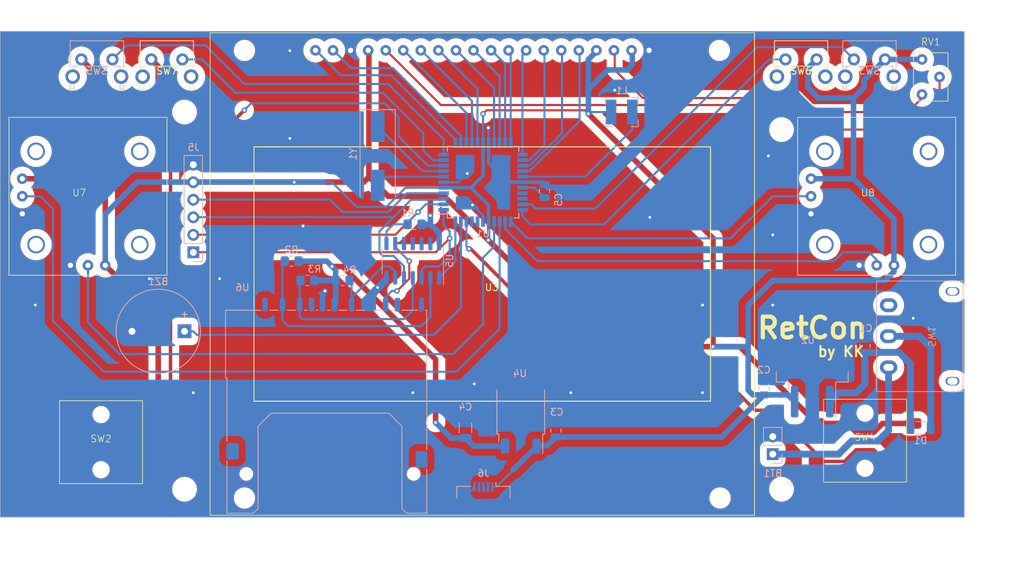
<source format=kicad_pcb>
(kicad_pcb (version 20221018) (generator pcbnew)
  (layers (0 "F.Cu" signal) (31 "B.Cu" signal) (34 "B.Paste" user) (35 "F.Paste" user) (36 "B.SilkS" user "B.Silks") (37 "F.SilkS" user "F.Silks") (38 "B.Mask" user) (39 "F.Mask" user) (44 "Edge.Cuts" user))
  (net 0 "")
  (net 1 "GND")
  (net 2 "Net-(BT1-+)")
  (net 3 "Net-(BZ1--)")
  (net 4 "Net-(D1-K)")
  (net 5 "Net-(D1-A)")
  (net 6 "+5V")
  (net 7 "+3V3")
  (net 8 "Net-(J5-Pin_4)")
  (net 12 "Net-(U6-CD{slash}DAT3)")
  (net 13 "Net-(U6-CMD)")
  (net 14 "Net-(U6-CLK)")
  (net 15 "Net-(U3-VEE)")
  (net 16 "Net-(U3-V0)")
  (net 17 "Net-(U1-PB2)")
  (net 18 "/SCK")
  (net 19 "Net-(U1-XTAL2)")
  (net 20 "Net-(U1-XTAL1)")
  (net 21 "/MISO")
  (net 22 "/MOSI")
  (net 23 "Net-(U1-PD3)")
  (net 24 "Net-(U1-PD4)")
  (net 25 "Net-(U1-PD5)")
  (net 26 "Net-(U1-PD6)")
  (net 27 "Net-(U1-PD7)")
  (net 28 "Net-(U1-PC0)")
  (net 29 "Net-(U1-PC1)")
  (net 30 "/CS")
  (net 31 "Net-(U1-PC2)")
  (net 32 "Net-(U1-PC3)")
  (net 33 "Net-(U1-PC4)")
  (net 34 "Net-(U1-PC5)")
  (net 35 "Net-(U1-PC6)")
  (net 36 "Net-(U1-PC7)")
  (net 37 "Net-(U1-AREF)")
  (net 40 "Net-(U1-PA3)")
  (net 41 "Net-(U1-PA2)")
  (net 42 "Net-(U1-PA1)")
  (net 43 "Net-(U1-PA0)")
  (net 44 "Net-(U6-DAT0)")
  (net 47 "Net-(U1-PD2)")
  (net 48 "Net-(U1-PD1)")
  (net 49 "Net-(U1-AVCC)")
  (net 50 "Net-(U1-PA4)")
  (net 51 "Net-(U1-PA5)")
  (net 54 "Net-(U1-PD0)")
  (footprint "joystick:joystickTHT" (layer "F.Cu") (at 220.7768 73.152)
    (fp_text reference "U8")
    (fp_text value "~")
  )
  (footprint "Blue:WG12864BL" (layer "F.Cu") (at 163.72 84.54)
    (fp_text reference "U3")
    (fp_text value "WG12864B-STBL")
  )
  (footprint "buttons:buttonSMD_withHoles" (layer "F.Cu") (at 108.57 108.76)
    (fp_text reference "SW2")
    (fp_text value "Home")
  )
  (footprint "Button_Switch_THT:SW_Tactile_SPST_Angled_PTS645Vx31-2LFS" (layer "F.Cu") (at 207.59 53.34)
    (fp_text reference "SW6")
    (fp_text value "BumperL")
  )
  (footprint "buttons:buttonSMD_withHoles" (layer "F.Cu") (at 219.09 108.545)
    (fp_text reference "SW4")
    (fp_text value "Select")
  )
  (footprint "Holes:One_hole" (layer "F.Cu") (at 207.01 63.5)
    (fp_text reference "J1" hide)
    (fp_text value "Hole1" hide)
  )
  (footprint "joystick:joystickTHT" (layer "F.Cu") (at 106.68 73.152)
    (fp_text reference "U7")
    (fp_text value "~")
  )
  (footprint "Blue:potentiometer10K" (layer "F.Cu") (at 228.6 55.88 -90)
    (fp_text reference "RV1")
    (fp_text value "R_POT")
  )
  (footprint "Holes:One_hole" (layer "F.Cu") (at 120.65 115.57)
    (fp_text reference "J3" hide)
    (fp_text value "Hole3" hide)
  )
  (footprint "Holes:One_hole" (layer "F.Cu") (at 207.01 115.57)
    (fp_text reference "J2" hide)
    (fp_text value "Hole2" hide)
  )
  (footprint "Holes:One_hole" (layer "F.Cu") (at 120.65 60.96)
    (fp_text reference "J4" hide)
    (fp_text value "Hole4" hide)
  )
  (footprint "Button_Switch_THT:SW_Tactile_SPST_Angled_PTS645Vx31-2LFS" (layer "F.Cu") (at 115.835 53.34)
    (fp_text reference "SW7")
    (fp_text value "BumperR")
  )
  (footprint "Package_SO:SO-14_3.9x8.65mm_P1.27mm" (layer "B.Cu") (at 153.67 82.485 90)
    (fp_text reference "U5")
    (fp_text value "SN74LS07")
  )
  (footprint "USB:USBMicro-SMD" (layer "B.Cu") (at 163.89 116.81 180)
    (fp_text reference "J6")
    (fp_text value "USB_B_Micro" hide)
  )
  (footprint "Capacitor_SMD:C_0805_2012Metric" (layer "B.Cu") (at 219.075 94.808 90)
    (fp_text reference "C1")
    (fp_text value "330N")
  )
  (footprint "Inductor_SMD:L_Bourns-SRN4018" (layer "B.Cu") (at 183.895 60.96)
    (fp_text reference "L1")
    (fp_text value "10uH")
  )
  (footprint "Crystal:Crystal_SMD_HC49-SD" (layer "B.Cu") (at 148.59 67.31 -90)
    (fp_text reference "Y1")
    (fp_text value "16Mhz")
  )
  (footprint "Resistor_SMD:R_0805_2012Metric_Pad1.20x1.40mm_HandSolder" (layer "B.Cu") (at 136.144 82.55 180)
    (fp_text reference "R2")
    (fp_text value "1K")
  )
  (footprint "Connector_PinSocket_2.54mm:PinSocket_1x02_P2.54mm_Vertical" (layer "B.Cu") (at 205.74 110.49)
    (fp_text reference "BT1")
    (fp_text value "9V battery")
  )
  (footprint "Package_QFP:TQFP-44_10x10mm_P0.8mm" (layer "B.Cu") (at 163.83 71.12)
    (fp_text reference "U1")
    (fp_text value "ATmega1284P")
  )
  (footprint "Button_Switch_THT:SW_Tactile_SPST_Angled_PTS645Vx31-2LFS" (layer "B.Cu") (at 110.225 53.34 180)
    (fp_text reference "SW5")
    (fp_text value "triggerL")
  )
  (footprint "Capacitor_SMD:C_1206_3216Metric" (layer "B.Cu") (at 161.29 106.68 90)
    (fp_text reference "C4")
    (fp_text value "2.2uF")
  )
  (footprint "Capacitor_SMD:C_0805_2012Metric" (layer "B.Cu") (at 172.72 72.39 90)
    (fp_text reference "C5")
    (fp_text value "100N")
  )
  (footprint "Resistor_SMD:R_0805_2012Metric_Pad1.20x1.40mm_HandSolder" (layer "B.Cu") (at 153.924 77.216 180)
    (fp_text reference "R1")
    (fp_text value "4K7")
  )
  (footprint "Capacitor_SMD:C_1206_3216Metric" (layer "B.Cu") (at 227.125 106.68)
    (fp_text reference "D1")
    (fp_text value "D")
  )
  (footprint "Buzzer_Beeper:Buzzer_12x9.5RM7.6" (layer "B.Cu") (at 120.65 92.71 180)
    (fp_text reference "BZ1")
    (fp_text value "Buzzer")
  )
  (footprint "Package_TO_SOT_SMD:TO-252-2" (layer "B.Cu") (at 169.29 104.281 90)
    (fp_text reference "U4")
    (fp_text value "LF33_TO252")
  )
  (footprint "Connector_Card:SD_Kyocera_145638009511859+" (layer "B.Cu") (at 141.69 101.352 180)
    (fp_text reference "U6")
    (fp_text value "SD")
  )
  (footprint "Package_TO_SOT_SMD:TO-263-2" (layer "B.Cu") (at 211.455 95.22 90)
    (fp_text reference "U2")
    (fp_text value "L7805")
  )
  (footprint "Resistor_SMD:R_0805_2012Metric_Pad1.20x1.40mm_HandSolder" (layer "B.Cu") (at 138.43 85.344 180)
    (fp_text reference "R3")
    (fp_text value "1K")
  )
  (footprint "Capacitor_SMD:C_0805_2012Metric" (layer "B.Cu") (at 174.371 107.061 90)
    (fp_text reference "C3")
    (fp_text value "100N")
  )
  (footprint "Resistor_SMD:R_0805_2012Metric_Pad1.20x1.40mm_HandSolder" (layer "B.Cu") (at 143.51 85.344)
    (fp_text reference "R4")
    (fp_text value "1K")
  )
  (footprint "Connector_PinSocket_2.54mm:PinSocket_1x06_P2.54mm_Vertical" (layer "B.Cu") (at 121.92 81.28)
    (fp_text reference "J5")
    (fp_text value "programming port")
  )
  (footprint "Capacitor_SMD:C_0805_2012Metric" (layer "B.Cu") (at 204.47 100.965 90)
    (fp_text reference "C2")
    (fp_text value "100N")
  )
  (footprint "Button_Switch_THT:SW_Tactile_SPST_Angled_PTS645Vx31-2LFS" (layer "B.Cu") (at 221.985 53.34 180)
    (fp_text reference "SW3")
    (fp_text value "triggerR")
  )
  (footprint "buttons:Button_Switch" (layer "B.Cu") (at 228.25 93.425 90)
    (fp_text reference "SW1")
    (fp_text value "SW_SPDT")
  )
  (gr_rect (start 93.98 49.276) (end 233.4768 119.634) (stroke (width 0.05)) (fill none) (layer "Edge.Cuts"))
  (gr_text "RetCon" (at 203.2 93.98) (layer "F.SilkS") (effects (font (size 3 3) (thickness 0.6) bold) (justify left bottom)))
  (gr_text "by KK" (at 212.09 96.52) (layer "F.SilkS") (effects (font (size 1.5 1.5) (thickness 0.3) bold) (justify left bottom)))
  (segment (start 113.04 92.71) (end 107.94 92.71) (width 0.8) (layer "F.Cu") (net 1))
  (segment (start 214.122 75.692) (end 218.2368 79.8068) (width 0.8) (layer "F.Cu") (net 1))
  (segment (start 162.56 100.33) (end 148.59 86.36) (width 0.8) (layer "F.Cu") (net 1))
  (segment (start 218.2368 79.8068) (end 218.2368 83.152) (width 0.8) (layer "F.Cu") (net 1))
  (segment (start 104.14 83.152) (end 104.14 88.91) (width 0.8) (layer "F.Cu") (net 1))
  (segment (start 101.092 75.692) (end 97.18 75.692) (width 0.8) (layer "F.Cu") (net 1))
  (segment (start 214.122 75.692) (end 211.2768 75.692) (width 0.8) (layer "F.Cu") (net 1))
  (segment (start 107.94 92.71) (end 104.14 88.91) (width 0.8) (layer "F.Cu") (net 1))
  (segment (start 104.14 78.74) (end 104.14 83.152) (width 0.8) (layer "F.Cu") (net 1))
  (segment (start 104.14 78.74) (end 101.092 75.692) (width 0.8) (layer "F.Cu") (net 1))
  (via (at 161.544 69.85) (size 0.8) (drill 0.4) (layers "F.Cu" "B.Cu") (net 1))
  (via (at 162.306 74.422) (size 0.8) (drill 0.4) (layers "F.Cu" "B.Cu") (net 1))
  (via (at 164.592 63.246) (size 0.8) (drill 0.4) (layers "F.Cu" "B.Cu") (net 1))
  (via (at 140.97 86.868) (size 0.8) (drill 0.4) (layers "F.Cu" "B.Cu") (net 1))
  (via (at 205.74 78.74) (size 0.8) (drill 0.4) (layers "F.Cu" "B.Cu") (net 1))
  (via (at 135.89 52.07) (size 0.8) (drill 0.4) (layers "F.Cu" "B.Cu") (net 1))
  (via (at 148.59 86.36) (size 0.8) (drill 0.4) (layers "F.Cu" "B.Cu") (net 1))
  (via (at 125.73 85.09) (size 0.8) (drill 0.4) (layers "F.Cu" "B.Cu") (net 1))
  (via (at 121.92 101.6) (size 0.8) (drill 0.4) (layers "F.Cu" "B.Cu") (net 1))
  (via (at 162.56 100.33) (size 0.8) (drill 0.4) (layers "F.Cu" "B.Cu") (net 1))
  (via (at 182.88 57.785) (size 0.8) (drill 0.4) (layers "F.Cu" "B.Cu") (net 1))
  (via (at 153.67 101.6) (size 0.8) (drill 0.4) (layers "F.Cu" "B.Cu") (net 1))
  (via (at 205.105 67.31) (size 0.8) (drill 0.4) (layers "F.Cu" "B.Cu") (net 1))
  (via (at 115.57 85.09) (size 0.8) (drill 0.4) (layers "F.Cu" "B.Cu") (net 1))
  (via (at 195.58 88.9) (size 0.8) (drill 0.4) (layers "F.Cu" "B.Cu") (net 1))
  (via (at 176.53 101.6) (size 0.8) (drill 0.4) (layers "F.Cu" "B.Cu") (net 1))
  (via (at 195.58 101.6) (size 0.8) (drill 0.4) (layers "F.Cu" "B.Cu") (net 1))
  (via (at 226.06 90.805) (size 0.8) (drill 0.4) (layers "F.Cu" "B.Cu") (net 1))
  (via (at 187.96 76.2) (size 0.8) (drill 0.4) (layers "F.Cu" "B.Cu") (net 1))
  (via (at 205.74 88.9) (size 0.8) (drill 0.4) (layers "F.Cu" "B.Cu") (net 1))
  (via (at 99.06 88.9) (size 0.8) (drill 0.4) (layers "F.Cu" "B.Cu") (net 1))
  (via (at 137.795 77.47) (size 0.8) (drill 0.4) (layers "F.Cu" "B.Cu") (net 1))
  (via (at 135.89 64.77) (size 0.8) (drill 0.4) (layers "F.Cu" "B.Cu") (net 1))
  (segment (start 210.185 107.95) (end 211.455 106.68) (width 1) (layer "B.Cu") (net 1))
  (segment (start 164.63 68.364) (end 164.63 65.42) (width 0.5) (layer "B.Cu") (net 1))
  (segment (start 187.96 64.77) (end 180.848 71.882) (width 0.8) (layer "B.Cu") (net 1))
  (segment (start 167.386 71.12) (end 164.63 68.364) (width 0.5) (layer "B.Cu") (net 1))
  (segment (start 187.96 52.07) (end 187.96 64.77) (width 0.8) (layer "B.Cu") (net 1))
  (segment (start 172.4 71.12) (end 172.72 71.44) (width 0.5) (layer "B.Cu") (net 1))
  (segment (start 215.005 90.805) (end 212.09 93.72) (width 0.8) (layer "B.Cu") (net 1))
  (segment (start 162.56 100.33) (end 166.776 100.33) (width 0.8) (layer "B.Cu") (net 1))
  (segment (start 205.74 107.95) (end 210.185 107.95) (width 1) (layer "B.Cu") (net 1))
  (segment (start 147.31 87.51) (end 149.86 84.96) (width 0.8) (layer "B.Cu") (net 1))
  (segment (start 147.31 88.852) (end 147.31 87.51) (width 0.8) (layer "B.Cu") (net 1))
  (segment (start 211.455 106.68) (end 211.455 93.72) (width 1) (layer "B.Cu") (net 1))
  (segment (start 164.592 65.382) (end 164.63 65.42) (width 0.3) (layer "B.Cu") (net 1))
  (segment (start 169.53 71.12) (end 172.4 71.12) (width 0.5) (layer "B.Cu") (net 1))
  (segment (start 163.83 75.946) (end 162.306 74.422) (width 0.3) (layer "B.Cu") (net 1))
  (segment (start 211.593 93.858) (end 211.455 93.72) (width 0.8) (layer "B.Cu") (net 1))
  (segment (start 167.106 105.205) (end 169.29 103.021) (width 0.8) (layer "B.Cu") (net 1))
  (segment (start 180.848 71.882) (end 173.162 71.882) (width 0.8) (layer "B.Cu") (net 1))
  (segment (start 160.274 71.12) (end 161.544 69.85) (width 0.3) (layer "B.Cu") (net 1))
  (segment (start 169.53 71.12) (end 167.386 71.12) (width 0.5) (layer "B.Cu") (net 1))
  (segment (start 226.06 90.805) (end 215.005 90.805) (width 0.8) (layer "B.Cu") (net 1))
  (segment (start 205.795 100.015) (end 212.09 93.72) (width 0.8) (layer "B.Cu") (net 1))
  (segment (start 161.29 105.205) (end 167.106 105.205) (width 0.8) (layer "B.Cu") (net 1))
  (segment (start 169.29 103.021) (end 171.281 103.021) (width 0.8) (layer "B.Cu") (net 1))
  (segment (start 160.14 117.71) (end 160.14 118.11) (width 0.3) (layer "B.Cu") (net 1))
  (segment (start 158.13 71.12) (end 160.274 71.12) (width 0.3) (layer "B.Cu") (net 1))
  (segment (start 219.075 93.858) (end 211.593 93.858) (width 0.8) (layer "B.Cu") (net 1))
  (segment (start 171.281 103.021) (end 174.371 106.111) (width 0.8) (layer "B.Cu") (net 1))
  (segment (start 212.035 94.3) (end 211.455 93.72) (width 1) (layer "B.Cu") (net 1))
  (segment (start 162.59 115.26) (end 160.14 117.71) (width 0.3) (layer "B.Cu") (net 1))
  (segment (start 205.105 100.015) (end 205.795 100.015) (width 0.8) (layer "B.Cu") (net 1))
  (segment (start 140.61 88.852) (end 140.61 87.228) (width 0.8) (layer "B.Cu") (net 1))
  (segment (start 164.592 63.246) (end 164.592 65.382) (width 0.3) (layer "B.Cu") (net 1))
  (segment (start 163.83 76.82) (end 163.83 75.946) (width 0.3) (layer "B.Cu") (net 1))
  (segment (start 173.162 71.882) (end 172.72 71.44) (width 0.8) (layer "B.Cu") (net 1))
  (segment (start 140.61 87.228) (end 140.97 86.868) (width 0.8) (layer "B.Cu") (net 1))
  (segment (start 215.265 110.49) (end 217.17 108.585) (width 1) (layer "B.Cu") (net 2))
  (segment (start 220.98 108.585) (end 222.5 107.065) (width 1) (layer "B.Cu") (net 2))
  (segment (start 217.17 108.585) (end 220.98 108.585) (width 1) (layer "B.Cu") (net 2))
  (segment (start 222.5 107.065) (end 222.5 97.925) (width 1) (layer "B.Cu") (net 2))
  (segment (start 205.74 110.49) (end 215.265 110.49) (width 1) (layer "B.Cu") (net 2))
  (segment (start 121.92 92.71) (end 120.65 92.71) (width 0.3) (layer "B.Cu") (net 3))
  (segment (start 156.718 93.218) (end 122.428 93.218) (width 0.3) (layer "B.Cu") (net 3))
  (segment (start 160.63 89.306) (end 156.718 93.218) (width 0.3) (layer "B.Cu") (net 3))
  (segment (start 160.63 76.82) (end 160.63 89.306) (width 0.3) (layer "B.Cu") (net 3))
  (segment (start 122.428 93.218) (end 121.92 92.71) (width 0.3) (layer "B.Cu") (net 3))
  (segment (start 225.65 97.38) (end 225.65 106.68) (width 1) (layer "B.Cu") (net 4))
  (segment (start 215.265 101.6) (end 217.805 101.6) (width 1) (layer "B.Cu") (net 4))
  (segment (start 217.805 101.6) (end 219.075 100.33) (width 1) (layer "B.Cu") (net 4))
  (segment (start 213.995 102.87) (end 215.265 101.6) (width 1) (layer "B.Cu") (net 4))
  (segment (start 219.075 100.33) (end 219.075 95.758) (width 1) (layer "B.Cu") (net 4))
  (segment (start 224.028 95.758) (end 219.075 95.758) (width 1) (layer "B.Cu") (net 4))
  (segment (start 225.65 97.38) (end 224.028 95.758) (width 1) (layer "B.Cu") (net 4))
  (segment (start 228.6 95.045) (end 228.6 106.68) (width 1) (layer "B.Cu") (net 5))
  (segment (start 226.98 93.425) (end 228.6 95.045) (width 1) (layer "B.Cu") (net 5))
  (segment (start 226.98 93.425) (end 222.5 93.425) (width 1) (layer "B.Cu") (net 5))
  (segment (start 164.338 60.706) (end 178.562 60.706) (width 0.3) (layer "F.Cu") (net 6))
  (segment (start 178.562 60.706) (end 179.07 61.214) (width 0.3) (layer "F.Cu") (net 6))
  (segment (start 115.824 59.436) (end 116.84 58.42) (width 0.8) (layer "F.Cu") (net 6))
  (segment (start 216.535 106.045) (end 217.805 107.315) (width 0.8) (layer "F.Cu") (net 6))
  (segment (start 180.02 94.93) (end 164.592 79.502) (width 0.8) (layer "F.Cu") (net 6))
  (segment (start 163.83 61.214) (end 164.338 60.706) (width 0.3) (layer "F.Cu") (net 6))
  (segment (start 108.712 56.327) (end 105.725 53.34) (width 0.8) (layer "F.Cu") (net 6))
  (segment (start 108.712 59.436) (end 108.712 56.327) (width 0.8) (layer "F.Cu") (net 6))
  (segment (start 116.84 54.345) (end 115.835 53.34) (width 0.8) (layer "F.Cu") (net 6))
  (segment (start 147.32 70.358) (end 150.114 73.152) (width 0.8) (layer "F.Cu") (net 6))
  (segment (start 156.21 73.152) (end 158.242 73.152) (width 0.8) (layer "F.Cu") (net 6))
  (segment (start 109.22 71.12) (end 109.18 71.16) (width 0.8) (layer "F.Cu") (net 6))
  (segment (start 217.805 107.315) (end 220.345 107.315) (width 0.8) (layer "F.Cu") (net 6))
  (segment (start 197.104 94.93) (end 197.104 79.248) (width 0.8) (layer "F.Cu") (net 6))
  (segment (start 156.21 75.946) (end 156.21 73.152) (width 0.8) (layer "F.Cu") (net 6))
  (segment (start 221.615 106.045) (end 226.09 106.045) (width 0.8) (layer "F.Cu") (net 6))
  (segment (start 115.57 106.26) (end 110.91 106.26) (width 0.8) (layer "F.Cu") (net 6))
  (segment (start 147.32 57.404) (end 147.32 52.07) (width 0.8) (layer "F.Cu") (net 6))
  (segment (start 116.84 90.812) (end 109.18 83.152) (width 0.8) (layer "F.Cu") (net 6))
  (segment (start 197.104 94.93) (end 180.02 94.93) (width 0.8) (layer "F.Cu") (net 6))
  (segment (start 115.57 106.26) (end 116.84 104.99) (width 0.8) (layer "F.Cu") (net 6))
  (segment (start 147.32 57.404) (end 147.32 70.358) (width 0.8) (layer "F.Cu") (net 6))
  (segment (start 116.84 104.99) (end 116.84 90.812) (width 0.8) (layer "F.Cu") (net 6))
  (segment (start 220.345 107.315) (end 221.615 106.045) (width 0.8) (layer "F.Cu") (net 6))
  (segment (start 212.09 106.045) (end 216.535 106.045) (width 0.8) (layer "F.Cu") (net 6))
  (segment (start 108.712 70.612) (end 108.712 59.436) (width 0.8) (layer "F.Cu") (net 6))
  (segment (start 158.242 73.152) (end 164.592 79.502) (width 0.8) (layer "F.Cu") (net 6))
  (segment (start 146.583 71.095) (end 147.32 70.358) (width 0.8) (layer "F.Cu") (net 6))
  (segment (start 108.712 59.436) (end 115.824 59.436) (width 0.8) (layer "F.Cu") (net 6))
  (segment (start 108.712 70.612) (end 109.22 71.12) (width 0.8) (layer "F.Cu") (net 6))
  (segment (start 108.712 70.612) (end 97.18 70.612) (width 0.8) (layer "F.Cu") (net 6))
  (segment (start 197.104 79.248) (end 179.07 61.214) (width 0.8) (layer "F.Cu") (net 6))
  (segment (start 109.18 71.16) (end 109.18 83.152) (width 0.8) (layer "F.Cu") (net 6))
  (segment (start 150.114 73.152) (end 156.21 73.152) (width 0.8) (layer "F.Cu") (net 6))
  (segment (start 197.104 94.93) (end 200.975 94.93) (width 0.8) (layer "F.Cu") (net 6))
  (segment (start 200.975 94.93) (end 212.09 106.045) (width 0.8) (layer "F.Cu") (net 6))
  (segment (start 116.84 58.42) (end 116.84 54.345) (width 0.8) (layer "F.Cu") (net 6))
  (segment (start 106.26 106.26) (end 101.57 106.26) (width 0.8) (layer "F.Cu") (net 6))
  (segment (start 109.855 107.315) (end 107.315 107.315) (width 0.8) (layer "F.Cu") (net 6))
  (segment (start 110.91 106.26) (end 109.855 107.315) (width 0.8) (layer "F.Cu") (net 6))
  (segment (start 107.315 107.315) (end 106.26 106.26) (width 0.8) (layer "F.Cu") (net 6))
  (segment (start 121.945 71.095) (end 146.583 71.095) (width 0.8) (layer "F.Cu") (net 6))
  (via (at 179.07 61.214) (size 0.8) (drill 0.4) (layers "F.Cu" "B.Cu") (net 6))
  (via (at 197.104 94.93) (size 0.8) (drill 0.4) (layers "F.Cu" "B.Cu") (net 6))
  (via (at 163.83 61.214) (size 0.8) (drill 0.4) (layers "F.Cu" "B.Cu") (net 6))
  (via (at 136.525 71.12) (size 0.8) (drill 0.4) (layers "F.Cu" "B.Cu") (net 6))
  (via (at 156.21 75.946) (size 0.8) (drill 0.4) (layers "F.Cu" "B.Cu") (net 6))
  (via (at 164.592 79.502) (size 0.8) (drill 0.4) (layers "F.Cu" "B.Cu") (net 6))
  (segment (start 163.83 65.42) (end 163.83 70.18) (width 0.5) (layer "B.Cu") (net 6))
  (segment (start 207.96 101.915) (end 208.915 102.87) (width 0.8) (layer "B.Cu") (net 6))
  (segment (start 217.424 58.928) (end 217.424 70.612) (width 0.8) (layer "B.Cu") (net 6))
  (segment (start 154.924 77.216) (end 156.21 77.216) (width 0.8) (layer "B.Cu") (net 6))
  (segment (start 179.07 57.658) (end 179.07 53.34) (width 0.8) (layer "B.Cu") (net 6))
  (segment (start 174.366 108.011) (end 173.104 109.273) (width 0.8) (layer "B.Cu") (net 6))
  (segment (start 179.07 57.658) (end 181.864 54.864) (width 0.8) (layer "B.Cu") (net 6))
  (segment (start 156.21 77.216) (end 157.48 78.486) (width 0.8) (layer "B.Cu") (net 6))
  (segment (start 223.2768 84.0632) (end 223.2768 83.152) (width 0.8) (layer "B.Cu") (net 6))
  (segment (start 145.542 74.676) (end 141.986 71.12) (width 0.3) (layer "B.Cu") (net 6))
  (segment (start 109.18 75.732) (end 109.18 83.152) (width 0.8) (layer "B.Cu") (net 6))
  (segment (start 205.74 85.344) (end 221.996 85.344) (width 0.8) (layer "B.Cu") (net 6))
  (segment (start 164.63 74.46) (end 162.09 71.92) (width 0.5) (layer "B.Cu") (net 6))
  (segment (start 165.712 115.26) (end 168.196 112.776) (width 0.3) (layer "B.Cu") (net 6))
  (segment (start 179.07 57.658) (end 179.07 61.214) (width 0.8) (layer "B.Cu") (net 6))
  (segment (start 185.42 54.102) (end 185.42 52.07) (width 0.8) (layer "B.Cu") (net 6))
  (segment (start 157.48 78.486) (end 157.48 80.01) (width 0.8) (layer "B.Cu") (net 6))
  (segment (start 197.104 94.93) (end 202.184 94.93) (width 0.8) (layer "B.Cu") (net 6))
  (segment (start 162.09 71.92) (end 158.13 71.92) (width 0.5) (layer "B.Cu") (net 6))
  (segment (start 141.986 71.12) (end 140.716 71.12) (width 0.3) (layer "B.Cu") (net 6))
  (segment (start 156.21 77.216) (end 156.21 75.946) (width 0.8) (layer "B.Cu") (net 6))
  (segment (start 221.985 53.34) (end 227.33 53.34) (width 0.8) (layer "B.Cu") (net 6))
  (segment (start 163.83 70.18) (end 162.09 71.92) (width 0.5) (layer "B.Cu") (net 6))
  (segment (start 149.86 74.676) (end 145.542 74.676) (width 0.3) (layer "B.Cu") (net 6))
  (segment (start 223.266 76.454) (end 223.266 83.312) (width 0.8) (layer "B.Cu") (net 6))
  (segment (start 218.948 57.404) (end 218.948 56.377) (width 0.8) (layer "B.Cu") (net 6))
  (segment (start 212.09 53.34) (end 210.82 54.61) (width 0.8) (layer "B.Cu") (net 6))
  (segment (start 174.371 108.011) (end 198.374 108.011) (width 0.8) (layer "B.Cu") (net 6))
  (segment (start 210.82 54.61) (end 210.82 57.404) (width 0.8) (layer "B.Cu") (net 6))
  (segment (start 179.324 60.96) (end 182.37 60.96) (width 0.3) (layer "B.Cu") (net 6))
  (segment (start 202.88 101.915) (end 202.184 101.219) (width 0.8) (layer "B.Cu") (net 6))
  (segment (start 140.691 71.095) (end 136.55 71.095) (width 0.8) (layer "B.Cu") (net 6))
  (segment (start 218.948 56.377) (end 221.985 53.34) (width 0.8) (layer "B.Cu") (net 6))
  (segment (start 164.63 76.82) (end 164.63 74.46) (width 0.5) (layer "B.Cu") (net 6))
  (segment (start 204.47 101.915) (end 207.96 101.915) (width 0.8) (layer "B.Cu") (net 6))
  (segment (start 210.82 57.404) (end 212.344 58.928) (width 0.8) (layer "B.Cu") (net 6))
  (segment (start 164.63 78.956) (end 164.63 76.82) (width 0.5) (layer "B.Cu") (net 6))
  (segment (start 136.525 71.12) (end 136.5 71.095) (width 0.8) (layer "B.Cu") (net 6))
  (segment (start 217.424 70.612) (end 211.2768 70.612) (width 0.8) (layer "B.Cu") (net 6))
  (segment (start 221.996 85.344) (end 223.2768 84.0632) (width 0.8) (layer "B.Cu") (net 6))
  (segment (start 140.716 71.12) (end 140.691 71.095) (width 0.3) (layer "B.Cu") (net 6))
  (segment (start 158.13 71.92) (end 152.616 71.92) (width 0.3) (layer "B.Cu") (net 6))
  (segment (start 152.616 71.92) (end 149.86 74.676) (width 0.3) (layer "B.Cu") (net 6))
  (segment (start 212.344 58.928) (end 217.424 58.928) (width 0.8) (layer "B.Cu") (net 6))
  (segment (start 204.47 101.915) (end 202.88 101.915) (width 0.8) (layer "B.Cu") (net 6))
  (segment (start 202.184 94.93) (end 202.184 88.9) (width 0.8) (layer "B.Cu") (net 6))
  (segment (start 171.699 109.273) (end 173.104 109.273) (width 0.8) (layer "B.Cu") (net 6))
  (segment (start 171.699 109.273) (end 168.196 112.776) (width 0.8) (layer "B.Cu") (net 6))
  (segment (start 217.424 70.612) (end 223.266 76.454) (width 0.8) (layer "B.Cu") (net 6))
  (segment (start 202.184 88.9) (end 205.74 85.344) (width 0.8) (layer "B.Cu") (net 6))
  (segment (start 198.374 108.011) (end 204.47 101.915) (width 0.8) (layer "B.Cu") (net 6))
  (segment (start 136.5 71.095) (end 113.817 71.095) (width 0.8) (layer "B.Cu") (net 6))
  (segment (start 181.864 54.864) (end 184.658 54.864) (width 0.8) (layer "B.Cu") (net 6))
  (segment (start 136.55 71.095) (end 136.525 71.12) (width 0.8) (layer "B.Cu") (net 6))
  (segment (start 184.658 54.864) (end 185.42 54.102) (width 0.8) (layer "B.Cu") (net 6))
  (segment (start 164.592 79.502) (end 164.63 78.956) (width 0.5) (layer "B.Cu") (net 6))
  (segment (start 174.371 108.011) (end 174.366 108.011) (width 0.8) (layer "B.Cu") (net 6))
  (segment (start 165.19 115.26) (end 165.712 115.26) (width 0.3) (layer "B.Cu") (net 6))
  (segment (start 113.817 71.095) (end 109.18 75.732) (width 0.8) (layer "B.Cu") (net 6))
  (segment (start 202.184 101.219) (end 202.184 94.93) (width 0.8) (layer "B.Cu") (net 6))
  (segment (start 217.424 58.928) (end 218.948 57.404) (width 0.8) (layer "B.Cu") (net 6))
  (segment (start 163.83 61.214) (end 163.83 65.42) (width 0.3) (layer "B.Cu") (net 6))
  (segment (start 179.07 53.34) (end 180.34 52.07) (width 0.8) (layer "B.Cu") (net 6))
  (segment (start 179.07 61.214) (end 179.324 60.96) (width 0.3) (layer "B.Cu") (net 6))
  (segment (start 156.972 96.774) (end 143.51 83.312) (width 0.8) (layer "F.Cu") (net 7))
  (segment (start 143.51 83.312) (end 141.986 83.312) (width 0.8) (layer "F.Cu") (net 7))
  (segment (start 156.972 96.774) (end 156.972 105.918) (width 0.8) (layer "F.Cu") (net 7))
  (via (at 141.986 83.312) (size 0.8) (drill 0.4) (layers "F.Cu" "B.Cu") (net 7))
  (via (at 156.972 105.918) (size 0.8) (drill 0.4) (layers "F.Cu" "B.Cu") (net 7))
  (segment (start 142.51 85.344) (end 142.51 83.836) (width 0.8) (layer "B.Cu") (net 7))
  (segment (start 159.209 108.155) (end 156.972 105.918) (width 0.8) (layer "B.Cu") (net 7))
  (segment (start 142.51 88.652) (end 142.51 85.344) (width 0.8) (layer "B.Cu") (net 7))
  (segment (start 162.456 109.321) (end 161.29 108.155) (width 0.8) (layer "B.Cu") (net 7))
  (segment (start 141.986 83.312) (end 141.224 82.55) (width 0.8) (layer "B.Cu") (net 7))
  (segment (start 142.51 83.836) (end 141.986 83.312) (width 0.8) (layer "B.Cu") (net 7))
  (segment (start 161.29 108.155) (end 159.209 108.155) (width 0.8) (layer "B.Cu") (net 7))
  (segment (start 167.01 109.321) (end 162.456 109.321) (width 0.8) (layer "B.Cu") (net 7))
  (segment (start 141.224 82.55) (end 137.144 82.55) (width 0.8) (layer "B.Cu") (net 7))
  (segment (start 142.31 88.852) (end 142.51 88.652) (width 0.8) (layer "B.Cu") (net 7))
  (segment (start 139.43 85.344) (end 142.51 85.344) (width 0.8) (layer "B.Cu") (net 7))
  (segment (start 152.832 72.72) (end 158.13 72.72) (width 0.3) (layer "B.Cu") (net 8))
  (segment (start 121.945 73.635) (end 141.707 73.635) (width 0.3) (layer "B.Cu") (net 8))
  (segment (start 141.707 73.635) (end 143.51 75.438) (width 0.3) (layer "B.Cu") (net 8))
  (segment (start 150.114 75.438) (end 152.832 72.72) (width 0.3) (layer "B.Cu") (net 8))
  (segment (start 143.51 75.438) (end 150.114 75.438) (width 0.3) (layer "B.Cu") (net 8))
  (segment (start 135.636 91.948) (end 154.94 91.948) (width 0.3) (layer "B.Cu") (net 12))
  (segment (start 134.81 82.884) (end 134.81 88.852) (width 0.3) (layer "B.Cu") (net 12))
  (segment (start 154.94 91.948) (end 156.21 90.678) (width 0.3) (layer "B.Cu") (net 12))
  (segment (start 134.81 91.122) (end 135.636 91.948) (width 0.3) (layer "B.Cu") (net 12))
  (segment (start 134.81 88.852) (end 134.81 91.122) (width 0.3) (layer "B.Cu") (net 12))
  (segment (start 135.144 82.55) (end 134.81 82.884) (width 0.3) (layer "B.Cu") (net 12))
  (segment (start 156.21 90.678) (end 156.21 84.96) (width 0.3) (layer "B.Cu") (net 12))
  (segment (start 137.31 88.852) (end 137.31 90.574) (width 0.3) (layer "B.Cu") (net 13))
  (segment (start 153.67 89.662) (end 153.67 84.96) (width 0.3) (layer "B.Cu") (net 13))
  (segment (start 137.31 90.574) (end 137.668 90.932) (width 0.3) (layer "B.Cu") (net 13))
  (segment (start 152.4 90.932) (end 153.67 89.662) (width 0.3) (layer "B.Cu") (net 13))
  (segment (start 137.43 85.344) (end 137.31 85.464) (width 0.3) (layer "B.Cu") (net 13))
  (segment (start 137.668 90.932) (end 152.4 90.932) (width 0.3) (layer "B.Cu") (net 13))
  (segment (start 137.31 85.464) (end 137.31 88.852) (width 0.3) (layer "B.Cu") (net 13))
  (segment (start 144.81 85.898) (end 144.764 85.852) (width 0.3) (layer "B.Cu") (net 14))
  (segment (start 151.13 84.96) (end 151.13 84.074) (width 0.3) (layer "B.Cu") (net 14))
  (segment (start 151.13 84.074) (end 150.368 83.312) (width 0.3) (layer "B.Cu") (net 14))
  (segment (start 149.352 83.312) (end 144.81 87.854) (width 0.3) (layer "B.Cu") (net 14))
  (segment (start 150.368 83.312) (end 149.352 83.312) (width 0.3) (layer "B.Cu") (net 14))
  (segment (start 144.81 87.854) (end 144.81 88.852) (width 0.3) (layer "B.Cu") (net 14))
  (segment (start 144.81 88.852) (end 144.81 85.898) (width 0.3) (layer "B.Cu") (net 14))
  (segment (start 225.298 60.96) (end 227.33 58.928) (width 0.3) (layer "F.Cu") (net 15))
  (segment (start 227.33 58.928) (end 227.33 58.42) (width 0.3) (layer "F.Cu") (net 15))
  (segment (start 182.88 54.864) (end 186.944 58.928) (width 0.3) (layer "F.Cu") (net 15))
  (segment (start 186.944 58.928) (end 209.042 58.928) (width 0.3) (layer "F.Cu") (net 15))
  (segment (start 209.042 58.928) (end 211.074 60.96) (width 0.3) (layer "F.Cu") (net 15))
  (segment (start 211.074 60.96) (end 225.298 60.96) (width 0.3) (layer "F.Cu") (net 15))
  (segment (start 182.88 52.07) (end 182.88 54.864) (width 0.3) (layer "F.Cu") (net 15))
  (segment (start 157.734 59.944) (end 208.28 59.944) (width 0.3) (layer "F.Cu") (net 16))
  (segment (start 208.28 59.944) (end 211.836 63.5) (width 0.3) (layer "F.Cu") (net 16))
  (segment (start 149.86 52.07) (end 157.734 59.944) (width 0.3) (layer "F.Cu") (net 16))
  (segment (start 229.87 61.214) (end 229.87 55.88) (width 0.3) (layer "F.Cu") (net 16))
  (segment (start 227.584 63.5) (end 229.87 61.214) (width 0.3) (layer "F.Cu") (net 16))
  (segment (start 211.836 63.5) (end 227.584 63.5) (width 0.3) (layer "F.Cu") (net 16))
  (segment (start 212.09 111.545) (end 216.115 111.545) (width 0.5) (layer "F.Cu") (net 17))
  (segment (start 220.345 109.855) (end 222.035 111.545) (width 0.5) (layer "F.Cu") (net 17))
  (segment (start 162.052 80.772) (end 179.07 97.79) (width 0.5) (layer "F.Cu") (net 17))
  (segment (start 203.2 104.14) (end 205.74 104.14) (width 0.5) (layer "F.Cu") (net 17))
  (segment (start 216.115 111.545) (end 217.805 109.855) (width 0.5) (layer "F.Cu") (net 17))
  (segment (start 222.035 111.545) (end 226.09 111.545) (width 0.5) (layer "F.Cu") (net 17))
  (segment (start 217.805 109.855) (end 220.345 109.855) (width 0.5) (layer "F.Cu") (net 17))
  (segment (start 212.09 110.49) (end 212.09 111.545) (width 0.5) (layer "F.Cu") (net 17))
  (segment (start 196.85 97.79) (end 203.2 104.14) (width 0.5) (layer "F.Cu") (net 17))
  (segment (start 205.74 104.14) (end 212.09 110.49) (width 0.5) (layer "F.Cu") (net 17))
  (segment (start 161.798 80.772) (end 162.052 80.772) (width 0.5) (layer "F.Cu") (net 17))
  (segment (start 179.07 97.79) (end 196.85 97.79) (width 0.5) (layer "F.Cu") (net 17))
  (via (at 161.798 80.772) (size 0.8) (drill 0.4) (layers "F.Cu" "B.Cu") (net 17))
  (segment (start 161.43 80.404) (end 161.798 80.772) (width 0.3) (layer "B.Cu") (net 17))
  (segment (start 161.43 76.82) (end 161.43 80.404) (width 0.3) (layer "B.Cu") (net 17))
  (segment (start 121.945 76.175) (end 150.901 76.175) (width 0.3) (layer "B.Cu") (net 18))
  (segment (start 153.416 73.66) (end 157.99 73.66) (width 0.3) (layer "B.Cu") (net 18))
  (segment (start 148.844 81.28) (end 148.844 78.232) (width 0.3) (layer "B.Cu") (net 18))
  (segment (start 152.4 83.312) (end 150.876 81.788) (width 0.3) (layer "B.Cu") (net 18))
  (segment (start 150.901 76.175) (end 151.13 75.946) (width 0.3) (layer "B.Cu") (net 18))
  (segment (start 148.844 78.232) (end 151.13 75.946) (width 0.3) (layer "B.Cu") (net 18))
  (segment (start 152.4 84.96) (end 152.4 83.312) (width 0.3) (layer "B.Cu") (net 18))
  (segment (start 151.13 75.946) (end 153.416 73.66) (width 0.3) (layer "B.Cu") (net 18))
  (segment (start 150.876 81.788) (end 149.352 81.788) (width 0.3) (layer "B.Cu") (net 18))
  (segment (start 149.352 81.788) (end 148.844 81.28) (width 0.3) (layer "B.Cu") (net 18))
  (segment (start 157.99 73.66) (end 158.13 73.52) (width 0.3) (layer "B.Cu") (net 18))
  (segment (start 149.83 70.32) (end 158.13 70.32) (width 0.3) (layer "B.Cu") (net 19))
  (segment (start 148.59 71.56) (end 149.83 70.32) (width 0.3) (layer "B.Cu") (net 19))
  (segment (start 148.59 63.06) (end 155.05 69.52) (width 0.3) (layer "B.Cu") (net 20))
  (segment (start 155.05 69.52) (end 158.13 69.52) (width 0.3) (layer "B.Cu") (net 20))
  (segment (start 151.155 78.715) (end 121.945 78.715) (width 0.3) (layer "F.Cu") (net 21))
  (segment (start 154.432 75.438) (end 151.155 78.715) (width 0.3) (layer "F.Cu") (net 21))
  (via (at 154.432 75.438) (size 0.8) (drill 0.4) (layers "F.Cu" "B.Cu") (net 21))
  (segment (start 149.86 80.01) (end 149.86 78.232) (width 0.3) (layer "B.Cu") (net 21))
  (segment (start 152.924 76.946) (end 155.55 74.32) (width 0.3) (layer "B.Cu") (net 21))
  (segment (start 155.55 74.32) (end 158.13 74.32) (width 0.3) (layer "B.Cu") (net 21))
  (segment (start 152.924 77.216) (end 152.924 76.946) (width 0.3) (layer "B.Cu") (net 21))
  (segment (start 150.876 77.216) (end 152.924 77.216) (width 0.3) (layer "B.Cu") (net 21))
  (segment (start 149.86 78.232) (end 150.876 77.216) (width 0.3) (layer "B.Cu") (net 21))
  (segment (start 156.997 81.255) (end 159.004 79.248) (width 0.3) (layer "F.Cu") (net 22))
  (segment (start 121.945 81.255) (end 156.997 81.255) (width 0.3) (layer "F.Cu") (net 22))
  (via (at 159.004 79.248) (size 0.8) (drill 0.4) (layers "F.Cu" "B.Cu") (net 22))
  (segment (start 159.004 78.232) (end 158.13 77.358) (width 0.3) (layer "B.Cu") (net 22))
  (segment (start 157.48 83.312) (end 159.004 81.788) (width 0.3) (layer "B.Cu") (net 22))
  (segment (start 159.004 79.248) (end 159.004 78.232) (width 0.3) (layer "B.Cu") (net 22))
  (segment (start 154.94 84.96) (end 154.94 83.82) (width 0.3) (layer "B.Cu") (net 22))
  (segment (start 159.004 81.788) (end 159.004 79.248) (width 0.3) (layer "B.Cu") (net 22))
  (segment (start 158.13 77.358) (end 158.13 75.12) (width 0.3) (layer "B.Cu") (net 22))
  (segment (start 155.448 83.312) (end 157.48 83.312) (width 0.3) (layer "B.Cu") (net 22))
  (segment (start 154.94 83.82) (end 155.448 83.312) (width 0.3) (layer "B.Cu") (net 22))
  (segment (start 159.83 65.42) (end 159.83 64.945) (width 0.3) (layer "B.Cu") (net 23))
  (segment (start 150.511 55.626) (end 143.256 55.626) (width 0.3) (layer "B.Cu") (net 23))
  (segment (start 159.83 64.945) (end 150.511 55.626) (width 0.3) (layer "B.Cu") (net 23))
  (segment (start 143.256 55.626) (end 139.7 52.07) (width 0.3) (layer "B.Cu") (net 23))
  (segment (start 144.78 54.61) (end 142.24 52.07) (width 0.3) (layer "B.Cu") (net 24))
  (segment (start 160.63 64.42) (end 150.82 54.61) (width 0.3) (layer "B.Cu") (net 24))
  (segment (start 160.63 65.42) (end 160.63 64.42) (width 0.3) (layer "B.Cu") (net 24))
  (segment (start 150.82 54.61) (end 144.78 54.61) (width 0.3) (layer "B.Cu") (net 24))
  (segment (start 161.43 61.1) (end 152.4 52.07) (width 0.3) (layer "B.Cu") (net 25))
  (segment (start 161.43 65.42) (end 161.43 61.1) (width 0.3) (layer "B.Cu") (net 25))
  (segment (start 162.23 59.36) (end 154.94 52.07) (width 0.3) (layer "B.Cu") (net 26))
  (segment (start 162.23 65.42) (end 162.23 59.36) (width 0.3) (layer "B.Cu") (net 26))
  (segment (start 163.03 65.42) (end 163.03 57.62) (width 0.3) (layer "B.Cu") (net 27))
  (segment (start 163.03 57.62) (end 157.48 52.07) (width 0.3) (layer "B.Cu") (net 27))
  (segment (start 165.43 65.42) (end 165.43 57.48) (width 0.3) (layer "B.Cu") (net 28))
  (segment (start 165.43 57.48) (end 160.02 52.07) (width 0.3) (layer "B.Cu") (net 28))
  (segment (start 166.23 55.74) (end 162.56 52.07) (width 0.3) (layer "B.Cu") (net 29))
  (segment (start 166.23 65.42) (end 166.23 55.74) (width 0.3) (layer "B.Cu") (net 29))
  (segment (start 157.48 84.96) (end 159.83 82.61) (width 0.3) (layer "B.Cu") (net 30))
  (segment (start 159.83 82.61) (end 159.83 76.82) (width 0.3) (layer "B.Cu") (net 30))
  (segment (start 167.03 65.42) (end 167.03 54) (width 0.3) (layer "B.Cu") (net 31))
  (segment (start 167.03 54) (end 165.1 52.07) (width 0.3) (layer "B.Cu") (net 31))
  (segment (start 167.83 52.26) (end 167.64 52.07) (width 0.3) (layer "B.Cu") (net 32))
  (segment (start 167.83 65.42) (end 167.83 52.26) (width 0.3) (layer "B.Cu") (net 32))
  (segment (start 169.53 67.12) (end 169.53 52.72) (width 0.3) (layer "B.Cu") (net 33))
  (segment (start 169.53 52.72) (end 170.18 52.07) (width 0.3) (layer "B.Cu") (net 33))
  (segment (start 170.53 67.92) (end 172.72 65.73) (width 0.3) (layer "B.Cu") (net 34))
  (segment (start 172.72 65.73) (end 172.72 52.07) (width 0.3) (layer "B.Cu") (net 34))
  (segment (start 169.53 67.92) (end 170.53 67.92) (width 0.3) (layer "B.Cu") (net 34))
  (segment (start 175.26 63.99) (end 175.26 52.07) (width 0.3) (layer "B.Cu") (net 35))
  (segment (start 169.53 68.72) (end 170.53 68.72) (width 0.3) (layer "B.Cu") (net 35))
  (segment (start 170.53 68.72) (end 175.26 63.99) (width 0.3) (layer "B.Cu") (net 35))
  (segment (start 177.8 62.25) (end 177.8 52.07) (width 0.3) (layer "B.Cu") (net 36))
  (segment (start 170.53 69.52) (end 177.8 62.25) (width 0.3) (layer "B.Cu") (net 36))
  (segment (start 169.53 69.52) (end 170.53 69.52) (width 0.3) (layer "B.Cu") (net 36))
  (segment (start 172.72 73.34) (end 171.3 71.92) (width 0.3) (layer "B.Cu") (net 37))
  (segment (start 171.3 71.92) (end 169.53 71.92) (width 0.3) (layer "B.Cu") (net 37))
  (segment (start 205.74 73.152) (end 211.2768 73.152) (width 0.3) (layer "B.Cu") (net 40))
  (segment (start 170.258 79.248) (end 199.644 79.248) (width 0.3) (layer "B.Cu") (net 40))
  (segment (start 199.644 79.248) (end 205.74 73.152) (width 0.3) (layer "B.Cu") (net 40))
  (segment (start 167.83 76.82) (end 170.258 79.248) (width 0.3) (layer "B.Cu") (net 40))
  (segment (start 214.63 82.55) (end 171.71 82.55) (width 0.3) (layer "B.Cu") (net 41))
  (segment (start 220.7768 83.152) (end 220.7768 82.3468) (width 0.3) (layer "B.Cu") (net 41))
  (segment (start 167.03 77.87) (end 167.03 76.82) (width 0.3) (layer "B.Cu") (net 41))
  (segment (start 220.7768 82.3468) (end 219.71 81.28) (width 0.3) (layer "B.Cu") (net 41))
  (segment (start 171.71 82.55) (end 167.03 77.87) (width 0.3) (layer "B.Cu") (net 41))
  (segment (start 215.9 81.28) (end 214.63 82.55) (width 0.3) (layer "B.Cu") (net 41))
  (segment (start 219.71 81.28) (end 215.9 81.28) (width 0.3) (layer "B.Cu") (net 41))
  (segment (start 101.6 74.93) (end 99.822 73.152) (width 0.3) (layer "B.Cu") (net 42))
  (segment (start 108.966 98.552) (end 101.6 91.186) (width 0.3) (layer "B.Cu") (net 42))
  (segment (start 99.822 73.152) (end 97.18 73.152) (width 0.3) (layer "B.Cu") (net 42))
  (segment (start 160.02 98.552) (end 108.966 98.552) (width 0.3) (layer "B.Cu") (net 42))
  (segment (start 166.23 76.82) (end 166.23 92.342) (width 0.3) (layer "B.Cu") (net 42))
  (segment (start 101.6 91.186) (end 101.6 74.93) (width 0.3) (layer "B.Cu") (net 42))
  (segment (start 166.23 92.342) (end 160.02 98.552) (width 0.3) (layer "B.Cu") (net 42))
  (segment (start 163.83 91.694) (end 159.512 96.012) (width 0.3) (layer "B.Cu") (net 43))
  (segment (start 106.68 91.44) (end 106.68 83.152) (width 0.3) (layer "B.Cu") (net 43))
  (segment (start 165.43 80.442) (end 163.83 82.042) (width 0.3) (layer "B.Cu") (net 43))
  (segment (start 111.252 96.012) (end 106.68 91.44) (width 0.3) (layer "B.Cu") (net 43))
  (segment (start 159.512 96.012) (end 111.252 96.012) (width 0.3) (layer "B.Cu") (net 43))
  (segment (start 163.83 82.042) (end 163.83 91.694) (width 0.3) (layer "B.Cu") (net 43))
  (segment (start 165.43 76.82) (end 165.43 80.442) (width 0.3) (layer "B.Cu") (net 43))
  (segment (start 153.162 82.55) (end 153.162 85.09) (width 0.3) (layer "F.Cu") (net 44))
  (segment (start 153.162 85.09) (end 151.384 86.868) (width 0.3) (layer "F.Cu") (net 44))
  (via (at 151.384 86.868) (size 0.8) (drill 0.4) (layers "F.Cu" "B.Cu") (net 44))
  (via (at 153.162 82.55) (size 0.8) (drill 0.4) (layers "F.Cu" "B.Cu") (net 44))
  (segment (start 150.622 86.868) (end 149.74 87.75) (width 0.3) (layer "B.Cu") (net 44))
  (segment (start 151.13 80.518) (end 153.162 82.55) (width 0.3) (layer "B.Cu") (net 44))
  (segment (start 151.384 86.868) (end 150.622 86.868) (width 0.3) (layer "B.Cu") (net 44))
  (segment (start 151.13 80.01) (end 151.13 80.518) (width 0.3) (layer "B.Cu") (net 44))
  (segment (start 149.74 87.75) (end 149.74 88.852) (width 0.3) (layer "B.Cu") (net 44))
  (segment (start 129.286 56.896) (end 123.698 51.308) (width 0.3) (layer "B.Cu") (net 47))
  (segment (start 158.13 64.912) (end 150.114 56.896) (width 0.3) (layer "B.Cu") (net 47))
  (segment (start 158.13 67.12) (end 158.13 64.912) (width 0.3) (layer "B.Cu") (net 47))
  (segment (start 112.257 51.308) (end 110.225 53.34) (width 0.3) (layer "B.Cu") (net 47))
  (segment (start 150.114 56.896) (end 129.286 56.896) (width 0.3) (layer "B.Cu") (net 47))
  (segment (start 123.698 51.308) (end 112.257 51.308) (width 0.3) (layer "B.Cu") (net 47))
  (segment (start 149.352 58.166) (end 128.016 58.166) (width 0.3) (layer "B.Cu") (net 48))
  (segment (start 123.19 53.34) (end 120.335 53.34) (width 0.3) (layer "B.Cu") (net 48))
  (segment (start 158.13 67.92) (end 156.566 67.92) (width 0.3) (layer "B.Cu") (net 48))
  (segment (start 155.194 66.548) (end 155.194 64.008) (width 0.3) (layer "B.Cu") (net 48))
  (segment (start 155.194 64.008) (end 149.352 58.166) (width 0.3) (layer "B.Cu") (net 48))
  (segment (start 156.566 67.92) (end 155.194 66.548) (width 0.3) (layer "B.Cu") (net 48))
  (segment (start 128.016 58.166) (end 123.19 53.34) (width 0.3) (layer "B.Cu") (net 48))
  (segment (start 169.53 70.32) (end 178.6 70.32) (width 0.3) (layer "B.Cu") (net 49))
  (segment (start 178.6 70.32) (end 185.42 63.5) (width 0.3) (layer "B.Cu") (net 49))
  (segment (start 185.42 63.5) (end 185.42 60.96) (width 0.3) (layer "B.Cu") (net 49))
  (segment (start 170.688 77.216) (end 181.356 77.216) (width 0.3) (layer "B.Cu") (net 50))
  (segment (start 169.53 76.058) (end 170.688 77.216) (width 0.3) (layer "B.Cu") (net 50))
  (segment (start 169.53 75.12) (end 169.53 76.058) (width 0.3) (layer "B.Cu") (net 50))
  (segment (start 181.356 77.216) (end 205.232 53.34) (width 0.3) (layer "B.Cu") (net 50))
  (segment (start 205.232 53.34) (end 207.59 53.34) (width 0.3) (layer "B.Cu") (net 50))
  (segment (start 169.53 74.32) (end 170.84 74.32) (width 0.3) (layer "B.Cu") (net 51))
  (segment (start 215.707 51.562) (end 217.485 53.34) (width 0.3) (layer "B.Cu") (net 51))
  (segment (start 180.086 74.93) (end 203.454 51.562) (width 0.3) (layer "B.Cu") (net 51))
  (segment (start 203.454 51.562) (end 215.707 51.562) (width 0.3) (layer "B.Cu") (net 51))
  (segment (start 171.45 74.93) (end 180.086 74.93) (width 0.3) (layer "B.Cu") (net 51))
  (segment (start 170.84 74.32) (end 171.45 74.93) (width 0.3) (layer "B.Cu") (net 51))
  (segment (start 107.315 110.49) (end 106.045 111.76) (width 0.5) (layer "F.Cu") (net 54))
  (segment (start 115.57 111.76) (end 111.125 111.76) (width 0.5) (layer "F.Cu") (net 54))
  (segment (start 111.125 111.76) (end 109.855 110.49) (width 0.5) (layer "F.Cu") (net 54))
  (segment (start 129.286 60.706) (end 124.968 65.024) (width 0.5) (layer "F.Cu") (net 54))
  (segment (start 106.045 111.76) (end 101.57 111.76) (width 0.5) (layer "F.Cu") (net 54))
  (segment (start 118.618 108.712) (end 115.57 111.76) (width 0.5) (layer "F.Cu") (net 54))
  (segment (start 124.968 65.024) (end 119.38 65.024) (width 0.5) (layer "F.Cu") (net 54))
  (segment (start 109.855 110.49) (end 107.315 110.49) (width 0.5) (layer "F.Cu") (net 54))
  (segment (start 119.38 65.024) (end 118.618 65.786) (width 0.5) (layer "F.Cu") (net 54))
  (segment (start 118.618 65.786) (end 118.618 108.712) (width 0.5) (layer "F.Cu") (net 54))
  (via (at 129.286 60.706) (size 0.8) (drill 0.4) (layers "F.Cu" "B.Cu") (net 54))
  (segment (start 155.842 68.72) (end 158.13 68.72) (width 0.3) (layer "B.Cu") (net 54))
  (segment (start 151.638 61.722) (end 151.638 64.516) (width 0.3) (layer "B.Cu") (net 54))
  (segment (start 129.286 60.706) (end 130.302 59.69) (width 0.3) (layer "B.Cu") (net 54))
  (segment (start 151.638 64.516) (end 155.842 68.72) (width 0.3) (layer "B.Cu") (net 54))
  (segment (start 149.606 59.69) (end 151.638 61.722) (width 0.3) (layer "B.Cu") (net 54))
  (segment (start 130.302 59.69) (end 149.606 59.69) (width 0.3) (layer "B.Cu") (net 54))
  (zone (net 1) (net_name "GND") (layer "F.Cu") (connect_pads yes (clearance 1)) (min_thickness 0.25) (fill yes (thermal_gap 0.5) (thermal_bridge_width 0.5))
    (polygon (pts (xy 233.5022 49.276) (xy 233.5022 119.634) (xy 93.98 119.634) (xy 93.98 49.276)))
  )
  (zone (net 1) (net_name "GND") (layer "B.Cu") (priority 1) (connect_pads yes (clearance 1)) (min_thickness 0.25) (fill yes (thermal_gap 0.5) (thermal_bridge_width 0.5))
    (polygon (pts (xy 233.5022 49.276) (xy 233.5022 119.634) (xy 93.98 119.634) (xy 93.98 49.276)))
  )
)
</source>
